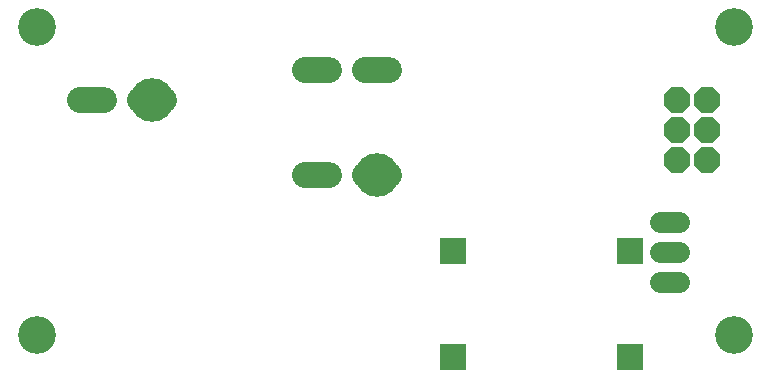
<source format=gbr>
G04 EAGLE Gerber RS-274X export*
G75*
%MOMM*%
%FSLAX34Y34*%
%LPD*%
%INSoldermask Bottom*%
%IPPOS*%
%AMOC8*
5,1,8,0,0,1.08239X$1,22.5*%
G01*
G04 Define Apertures*
%ADD10C,3.203200*%
%ADD11P,2.40204X8X112.5*%
%ADD12C,2.219200*%
%ADD13C,1.803200*%
%ADD14R,2.203200X2.203200*%
%ADD15C,3.703200*%
D10*
X620000Y290000D03*
X620000Y30000D03*
X30000Y30000D03*
X30000Y290000D03*
D11*
X571500Y177800D03*
X596900Y177800D03*
X571500Y203200D03*
X596900Y203200D03*
X571500Y228600D03*
X596900Y228600D03*
D12*
X86280Y228600D02*
X66120Y228600D01*
X116920Y228600D02*
X137080Y228600D01*
X256620Y165100D02*
X276780Y165100D01*
X307420Y165100D02*
X327580Y165100D01*
D13*
X557000Y74600D02*
X573000Y74600D01*
X573000Y100000D02*
X557000Y100000D01*
X557000Y125400D02*
X573000Y125400D01*
D12*
X276780Y254000D02*
X256620Y254000D01*
X307420Y254000D02*
X327580Y254000D01*
D14*
X382200Y101000D03*
X382200Y11000D03*
X532200Y101000D03*
X532200Y11000D03*
D15*
X127000Y228600D03*
X317500Y165100D03*
M02*

</source>
